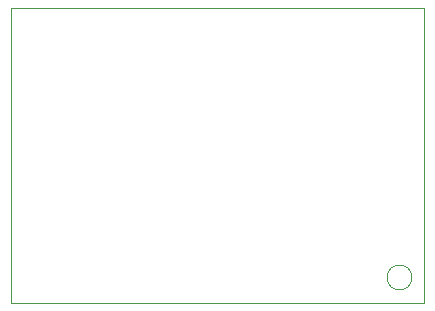
<source format=gbr>
%TF.GenerationSoftware,KiCad,Pcbnew,(6.0.5)*%
%TF.CreationDate,2023-02-03T09:53:40+08:00*%
%TF.ProjectId,Mini_Receiver,4d696e69-5f52-4656-9365-697665722e6b,rev?*%
%TF.SameCoordinates,Original*%
%TF.FileFunction,Profile,NP*%
%FSLAX46Y46*%
G04 Gerber Fmt 4.6, Leading zero omitted, Abs format (unit mm)*
G04 Created by KiCad (PCBNEW (6.0.5)) date 2023-02-03 09:53:40*
%MOMM*%
%LPD*%
G01*
G04 APERTURE LIST*
%TA.AperFunction,Profile*%
%ADD10C,0.100000*%
%TD*%
G04 APERTURE END LIST*
D10*
X127923000Y-118491000D02*
G75*
G03*
X127923000Y-118491000I-1050000J0D01*
G01*
X93980000Y-95650000D02*
X93980000Y-120650000D01*
X128980000Y-95650000D02*
X93980000Y-95650000D01*
X128980000Y-120650000D02*
X128980000Y-95650000D01*
X93980000Y-120650000D02*
X128980000Y-120650000D01*
M02*

</source>
